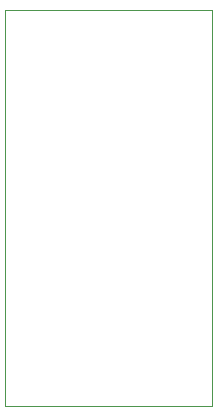
<source format=gbr>
%TF.GenerationSoftware,KiCad,Pcbnew,8.0.4-8.0.4-0~ubuntu24.04.1*%
%TF.CreationDate,2024-09-08T15:52:29+09:00*%
%TF.ProjectId,Battery_joint,42617474-6572-4795-9f6a-6f696e742e6b,rev?*%
%TF.SameCoordinates,Original*%
%TF.FileFunction,Profile,NP*%
%FSLAX46Y46*%
G04 Gerber Fmt 4.6, Leading zero omitted, Abs format (unit mm)*
G04 Created by KiCad (PCBNEW 8.0.4-8.0.4-0~ubuntu24.04.1) date 2024-09-08 15:52:29*
%MOMM*%
%LPD*%
G01*
G04 APERTURE LIST*
%TA.AperFunction,Profile*%
%ADD10C,0.050000*%
%TD*%
G04 APERTURE END LIST*
D10*
X134250000Y-92000000D02*
X151750000Y-92000000D01*
X151750000Y-125500000D01*
X134250000Y-125500000D01*
X134250000Y-92000000D01*
M02*

</source>
